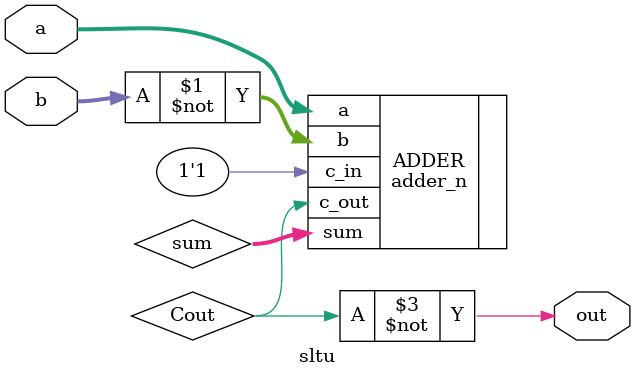
<source format=sv>
module sltu(a, b, out);
parameter N = 32;
input wire signed [N-1:0] a, b;
output logic out;

// Using only *structural* combinational logic, make a module that computes if a is less than b!
// Note: this assumes that the two inputs are unsigned.
logic signed [N-1:0] sum;
logic Cout;

adder_n #(.N(32)) ADDER(.a(a), .b(~b), .c_in(1'b1), .sum(sum), .c_out(Cout));
always_comb out <= ~Cout; // concern that default val of Cout is x not 0

// Copy any other modules you use into this folder and update the Makefile accordingly.

endmodule
</source>
